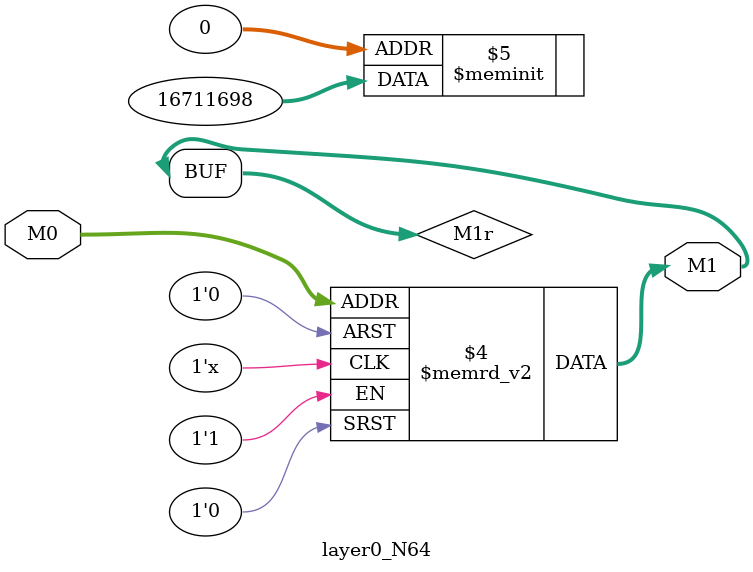
<source format=v>
module layer0_N64 ( input [3:0] M0, output [1:0] M1 );

	(*rom_style = "distributed" *) reg [1:0] M1r;
	assign M1 = M1r;
	always @ (M0) begin
		case (M0)
			4'b0000: M1r = 2'b10;
			4'b1000: M1r = 2'b11;
			4'b0100: M1r = 2'b00;
			4'b1100: M1r = 2'b00;
			4'b0010: M1r = 2'b01;
			4'b1010: M1r = 2'b11;
			4'b0110: M1r = 2'b00;
			4'b1110: M1r = 2'b00;
			4'b0001: M1r = 2'b00;
			4'b1001: M1r = 2'b11;
			4'b0101: M1r = 2'b00;
			4'b1101: M1r = 2'b00;
			4'b0011: M1r = 2'b00;
			4'b1011: M1r = 2'b11;
			4'b0111: M1r = 2'b00;
			4'b1111: M1r = 2'b00;

		endcase
	end
endmodule

</source>
